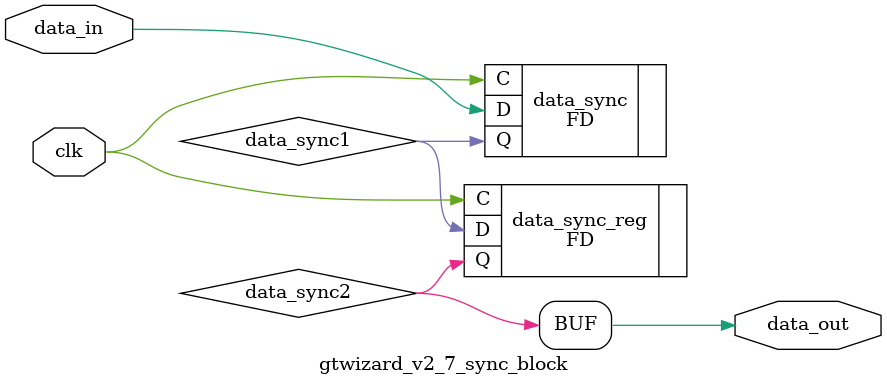
<source format=v>




`timescale 1ps / 1ps

module gtwizard_v2_7_sync_block #(
  parameter INITIALISE = 2'b00
)
(
  input        clk,              // clock to be sync'ed to
  input        data_in,          // Data to be 'synced'
  output       data_out          // synced data
);

  // Internal Signals
  wire data_sync1;
  wire data_sync2;


  (* shreg_extract = "no", ASYNC_REG = "TRUE" *)
  FD #(
    .INIT (INITIALISE[0])
  ) data_sync (
    .C  (clk),
    .D  (data_in),
    .Q  (data_sync1)
  );


  (* shreg_extract = "no", ASYNC_REG = "TRUE" *)
  FD #(
   .INIT (INITIALISE[1])
  ) data_sync_reg (
  .C  (clk),
  .D  (data_sync1),
  .Q  (data_sync2)
  );


  assign data_out = data_sync2;


endmodule



</source>
